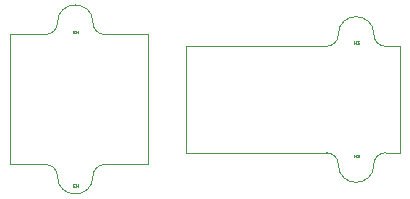
<source format=gbr>
G04 #@! TF.GenerationSoftware,KiCad,Pcbnew,(5.1.12)-1*
G04 #@! TF.CreationDate,2024-10-20T15:32:40+08:00*
G04 #@! TF.ProjectId,Kicad_LFOV_RigidFlex_Assembly_Screwhole2,4b696361-645f-44c4-964f-565f52696769,rev?*
G04 #@! TF.SameCoordinates,Original*
G04 #@! TF.FileFunction,Other,ECO1*
%FSLAX46Y46*%
G04 Gerber Fmt 4.6, Leading zero omitted, Abs format (unit mm)*
G04 Created by KiCad (PCBNEW (5.1.12)-1) date 2024-10-20 15:32:40*
%MOMM*%
%LPD*%
G01*
G04 APERTURE LIST*
%ADD10C,0.050000*%
G04 APERTURE END LIST*
D10*
X119595360Y-117240100D02*
G75*
G02*
X116595360Y-117240100I-1500000J0D01*
G01*
X121795360Y-116240100D02*
X120595360Y-116240100D01*
X103681700Y-116236520D02*
X115595360Y-116240100D01*
X115595360Y-116240100D02*
G75*
G02*
X116595360Y-117240100I0J-1000000D01*
G01*
X119595360Y-117240100D02*
G75*
G02*
X120595360Y-116240100I1000000J0D01*
G01*
X119597900Y-106223560D02*
G75*
G03*
X116597900Y-106223560I-1500000J0D01*
G01*
X121797900Y-107223560D02*
X120597900Y-107223560D01*
X103684240Y-107227140D02*
X115597900Y-107223560D01*
X119597900Y-106223560D02*
G75*
G03*
X120597900Y-107223560I1000000J0D01*
G01*
X115597900Y-107223560D02*
G75*
G03*
X116597900Y-106223560I0J1000000D01*
G01*
X88813140Y-117229940D02*
X91813140Y-117229940D01*
X96813140Y-117229940D02*
X100516860Y-117232200D01*
X91813140Y-117229940D02*
G75*
G02*
X92813140Y-118229940I0J-1000000D01*
G01*
X95813140Y-118229940D02*
G75*
G02*
X92813140Y-118229940I-1500000J0D01*
G01*
X95813140Y-118229940D02*
G75*
G02*
X96813140Y-117229940I1000000J0D01*
G01*
X88818220Y-106227400D02*
X91818220Y-106227400D01*
X92818220Y-105227400D02*
G75*
G02*
X91818220Y-106227400I-1000000J0D01*
G01*
X96818220Y-106227400D02*
G75*
G02*
X95818220Y-105227400I0J1000000D01*
G01*
X96813140Y-106227400D02*
X100514320Y-106228920D01*
X92818220Y-105227400D02*
G75*
G02*
X95818220Y-105227400I1500000J0D01*
G01*
X103686780Y-116236520D02*
X103686780Y-107236520D01*
X121807140Y-116234000D02*
X121807140Y-107234000D01*
X100514320Y-106228920D02*
X100514320Y-117228920D01*
X88799840Y-106231460D02*
X88799840Y-117231460D01*
X117914783Y-116640215D02*
X117914783Y-116390215D01*
X117914783Y-116509262D02*
X118057640Y-116509262D01*
X118057640Y-116640215D02*
X118057640Y-116390215D01*
X118152879Y-116390215D02*
X118307640Y-116390215D01*
X118224307Y-116485453D01*
X118260021Y-116485453D01*
X118283831Y-116497358D01*
X118295736Y-116509262D01*
X118307640Y-116533072D01*
X118307640Y-116592596D01*
X118295736Y-116616405D01*
X118283831Y-116628310D01*
X118260021Y-116640215D01*
X118188593Y-116640215D01*
X118164783Y-116628310D01*
X118152879Y-116616405D01*
X117917323Y-107049635D02*
X117917323Y-106799635D01*
X117917323Y-106918682D02*
X118060180Y-106918682D01*
X118060180Y-107049635D02*
X118060180Y-106799635D01*
X118155419Y-106799635D02*
X118310180Y-106799635D01*
X118226847Y-106894873D01*
X118262561Y-106894873D01*
X118286371Y-106906778D01*
X118298276Y-106918682D01*
X118310180Y-106942492D01*
X118310180Y-107002016D01*
X118298276Y-107025825D01*
X118286371Y-107037730D01*
X118262561Y-107049635D01*
X118191133Y-107049635D01*
X118167323Y-107037730D01*
X118155419Y-107025825D01*
X94528000Y-118898879D02*
X94528000Y-119148879D01*
X94528000Y-119029832D02*
X94385143Y-119029832D01*
X94385143Y-118898879D02*
X94385143Y-119148879D01*
X94289904Y-119148879D02*
X94135143Y-119148879D01*
X94218476Y-119053641D01*
X94182762Y-119053641D01*
X94158952Y-119041736D01*
X94147047Y-119029832D01*
X94135143Y-119006022D01*
X94135143Y-118946498D01*
X94147047Y-118922689D01*
X94158952Y-118910784D01*
X94182762Y-118898879D01*
X94254190Y-118898879D01*
X94278000Y-118910784D01*
X94289904Y-118922689D01*
X94530540Y-105894079D02*
X94530540Y-106144079D01*
X94530540Y-106025032D02*
X94387683Y-106025032D01*
X94387683Y-105894079D02*
X94387683Y-106144079D01*
X94292444Y-106144079D02*
X94137683Y-106144079D01*
X94221016Y-106048841D01*
X94185302Y-106048841D01*
X94161492Y-106036936D01*
X94149587Y-106025032D01*
X94137683Y-106001222D01*
X94137683Y-105941698D01*
X94149587Y-105917889D01*
X94161492Y-105905984D01*
X94185302Y-105894079D01*
X94256730Y-105894079D01*
X94280540Y-105905984D01*
X94292444Y-105917889D01*
M02*

</source>
